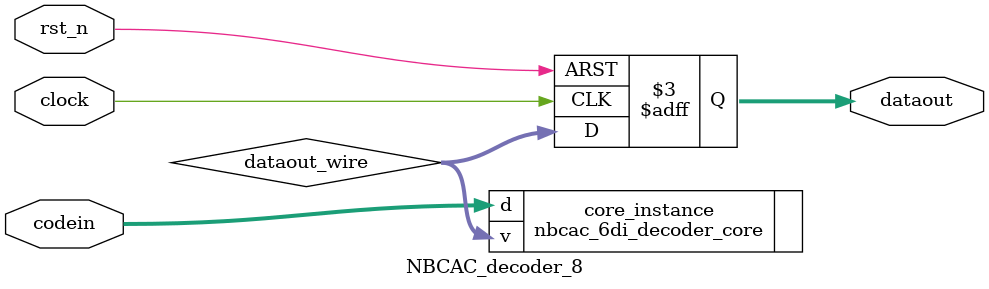
<source format=v>
module NBCAC_decoder_8(
    input wire clock,
    input wire rst_n,
    output reg [5:0] dataout,
    input wire [8:1] codein
);

    wire [5:0] dataout_wire;

    nbcac_6di_decoder_core core_instance(
        .v(dataout_wire),
        .d(codein)
    );

    //sync
    always @(posedge clock or negedge rst_n) begin
        if (~rst_n) begin
            dataout <= 0;
        end
        else begin
            dataout <= dataout_wire;
        end
    end

endmodule
</source>
